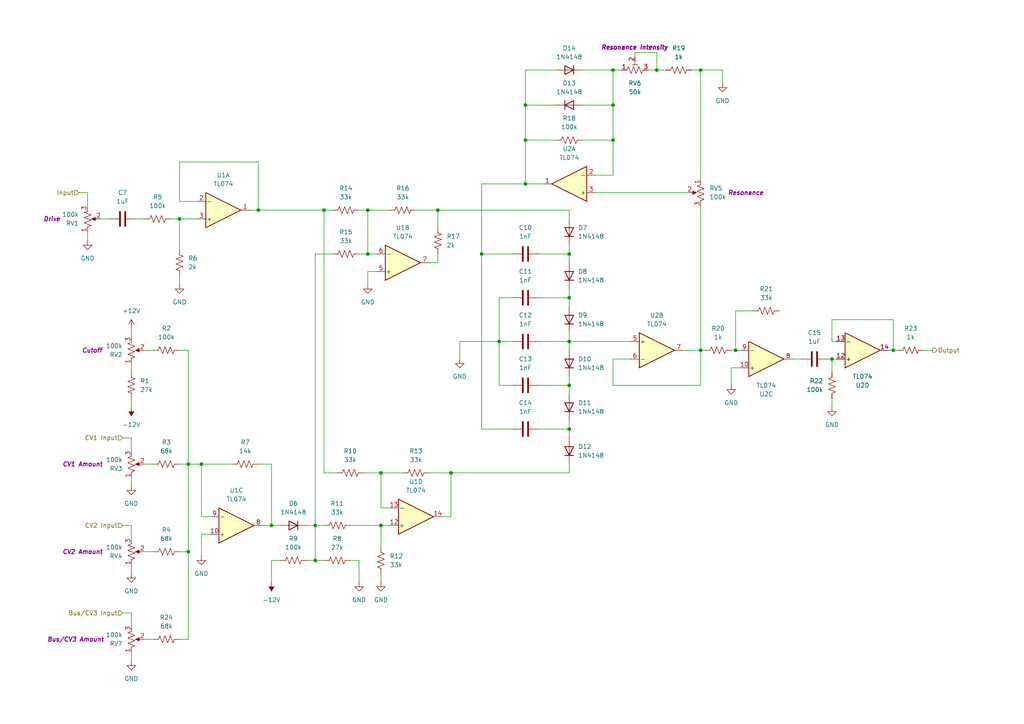
<source format=kicad_sch>
(kicad_sch (version 20231120) (generator "eeschema") (generator_version "8.0")
  (paper "A4")
  (title_block (company "DMH Instruments") (comment 1 "PCB for 10cm Kosmo format synthesizer module"))
  (lib_symbols
    (symbol "Amplifier_Operational:TL074" (pin_names (offset 0.127))
      (property "Reference" "U" (at 0 5.08 0))
      (property "Value" "TL074" (at 0 -5.08 0))
      (symbol "TL074_1_1"
        (polyline (pts (xy -5.08 5.08) (xy 5.08 0) (xy -5.08 -5.08) (xy -5.08 5.08)) (stroke (width 0.254)) (fill (type background)))
        (pin output line (at 7.62 0 180) (length 2.54) (name "~") (number "1"))
        (pin input line (at -7.62 -2.54 0) (length 2.54) (name "-") (number "2"))
        (pin input line (at -7.62 2.54 0) (length 2.54) (name "+") (number "3"))
      )
      (symbol "TL074_2_1"
        (polyline (pts (xy -5.08 5.08) (xy 5.08 0) (xy -5.08 -5.08) (xy -5.08 5.08)) (stroke (width 0.254)) (fill (type background)))
        (pin input line (at -7.62 2.54 0) (length 2.54) (name "+") (number "5"))
        (pin input line (at -7.62 -2.54 0) (length 2.54) (name "-") (number "6"))
        (pin output line (at 7.62 0 180) (length 2.54) (name "~") (number "7"))
      )
      (symbol "TL074_3_1"
        (polyline (pts (xy -5.08 5.08) (xy 5.08 0) (xy -5.08 -5.08) (xy -5.08 5.08)) (stroke (width 0.254)) (fill (type background)))
        (pin input line (at -7.62 2.54 0) (length 2.54) (name "+") (number "10"))
        (pin output line (at 7.62 0 180) (length 2.54) (name "~") (number "8"))
        (pin input line (at -7.62 -2.54 0) (length 2.54) (name "-") (number "9"))
      )
      (symbol "TL074_4_1"
        (polyline (pts (xy -5.08 5.08) (xy 5.08 0) (xy -5.08 -5.08) (xy -5.08 5.08)) (stroke (width 0.254)) (fill (type background)))
        (pin input line (at -7.62 2.54 0) (length 2.54) (name "+") (number "12"))
        (pin input line (at -7.62 -2.54 0) (length 2.54) (name "-") (number "13"))
        (pin output line (at 7.62 0 180) (length 2.54) (name "~") (number "14"))
      )
      (symbol "TL074_5_1"
        (pin power_in line (at -2.54 -7.62 90) (length 3.81) (name "V-") (number "11"))
        (pin power_in line (at -2.54 7.62 270) (length 3.81) (name "V+") (number "4"))
      )
    )
    (symbol "Device:C" (pin_numbers hide) (pin_names (offset 0.254))
      (property "Reference" "C" (at 0.635 2.54 0))
      (property "Value" "C" (at 0.635 -2.54 0))
      (symbol "C_0_1"
        (polyline (pts (xy -2.032 -0.762) (xy 2.032 -0.762)) (stroke (width 0.508)))
        (polyline (pts (xy -2.032 0.762) (xy 2.032 0.762)) (stroke (width 0.508)))
      )
      (symbol "C_1_1"
        (pin passive line (at 0 3.81 270) (length 2.794) (name "~") (number "1"))
        (pin passive line (at 0 -3.81 90) (length 2.794) (name "~") (number "2"))
      )
    )
    (symbol "Device:R_Potentiometer_Trim_US" (pin_names (offset 1.016) hide)
      (property "Reference" "RV" (at -4.445 0 90))
      (property "Value" "R_Potentiometer_Trim_US" (at -2.54 0 90))
      (symbol "R_Potentiometer_Trim_US_0_1"
        (polyline (pts (xy 0 -2.286) (xy 0 -2.54)))
        (polyline (pts (xy 0 2.286) (xy 0 2.54)))
        (polyline (pts (xy 1.524 0.762) (xy 1.524 -0.762)))
        (polyline (pts (xy 2.54 0) (xy 1.524 0)))
        (polyline (pts (xy 0 -0.762) (xy 1.016 -1.143) (xy 0 -1.524) (xy -1.016 -1.905) (xy 0 -2.286)))
        (polyline (pts (xy 0 0.762) (xy 1.016 0.381) (xy 0 0) (xy -1.016 -0.381) (xy 0 -0.762)))
        (polyline (pts (xy 0 2.286) (xy 1.016 1.905) (xy 0 1.524) (xy -1.016 1.143) (xy 0 0.762)))
      )
      (symbol "R_Potentiometer_Trim_US_1_1"
        (pin passive line (at 0 3.81 270) (length 1.27) (name "1") (number "1"))
        (pin passive line (at 3.81 0 180) (length 1.27) (name "2") (number "2"))
        (pin passive line (at 0 -3.81 90) (length 1.27) (name "3") (number "3"))
      )
    )
    (symbol "Device:R_Potentiometer_US" (pin_names (offset 1.016) hide)
      (property "Reference" "RV" (at -4.445 0 90))
      (property "Value" "R_Potentiometer_US" (at -2.54 0 90))
      (symbol "R_Potentiometer_US_0_1"
        (polyline (pts (xy 0 -2.286) (xy 0 -2.54)))
        (polyline (pts (xy 0 2.54) (xy 0 2.286)))
        (polyline (pts (xy 2.54 0) (xy 1.524 0)))
        (polyline (pts (xy 1.143 0) (xy 2.286 0.508) (xy 2.286 -0.508) (xy 1.143 0)) (fill (type outline)))
        (polyline (pts (xy 0 -0.762) (xy 1.016 -1.143) (xy 0 -1.524) (xy -1.016 -1.905) (xy 0 -2.286)))
        (polyline (pts (xy 0 0.762) (xy 1.016 0.381) (xy 0 0) (xy -1.016 -0.381) (xy 0 -0.762)))
        (polyline (pts (xy 0 2.286) (xy 1.016 1.905) (xy 0 1.524) (xy -1.016 1.143) (xy 0 0.762)))
      )
      (symbol "R_Potentiometer_US_1_1"
        (pin passive line (at 0 3.81 270) (length 1.27) (name "1") (number "1"))
        (pin passive line (at 3.81 0 180) (length 1.27) (name "2") (number "2"))
        (pin passive line (at 0 -3.81 90) (length 1.27) (name "3") (number "3"))
      )
    )
    (symbol "Device:R_US" (pin_numbers hide) (pin_names (offset 0))
      (property "Reference" "R" (at 2.54 0 90))
      (property "Value" "R_US" (at -2.54 0 90))
      (symbol "R_US_0_1"
        (polyline (pts (xy 0 -2.286) (xy 0 -2.54)))
        (polyline (pts (xy 0 2.286) (xy 0 2.54)))
        (polyline (pts (xy 0 -0.762) (xy 1.016 -1.143) (xy 0 -1.524) (xy -1.016 -1.905) (xy 0 -2.286)))
        (polyline (pts (xy 0 0.762) (xy 1.016 0.381) (xy 0 0) (xy -1.016 -0.381) (xy 0 -0.762)))
        (polyline (pts (xy 0 2.286) (xy 1.016 1.905) (xy 0 1.524) (xy -1.016 1.143) (xy 0 0.762)))
      )
      (symbol "R_US_1_1"
        (pin passive line (at 0 3.81 270) (length 1.27) (name "~") (number "1"))
        (pin passive line (at 0 -3.81 90) (length 1.27) (name "~") (number "2"))
      )
    )
    (symbol "Diode:1N4148" (pin_numbers hide) (pin_names hide)
      (property "Reference" "D" (at 0 2.54 0))
      (property "Value" "1N4148" (at 0 -2.54 0))
      (symbol "1N4148_0_1"
        (polyline (pts (xy -1.27 1.27) (xy -1.27 -1.27)) (stroke (width 0.254)))
        (polyline (pts (xy 1.27 0) (xy -1.27 0)))
        (polyline (pts (xy 1.27 1.27) (xy 1.27 -1.27) (xy -1.27 0) (xy 1.27 1.27)) (stroke (width 0.254)))
      )
      (symbol "1N4148_1_1"
        (pin passive line (at -3.81 0 0) (length 2.54) (name "K") (number "1"))
        (pin passive line (at 3.81 0 180) (length 2.54) (name "A") (number "2"))
      )
    )
    (symbol "power:+12V" (power) (pin_numbers hide) (pin_names (offset 0) hide)
      (property "Value" "+12V" (at 0 3.556 0))
      (symbol "+12V_0_1"
        (polyline (pts (xy -0.762 1.27) (xy 0 2.54)))
        (polyline (pts (xy 0 0) (xy 0 2.54)))
        (polyline (pts (xy 0 2.54) (xy 0.762 1.27)))
      )
      (symbol "+12V_1_1"
        (pin power_in line (at 0 0 90) (length 0) (name "~") (number "1"))
      )
    )
    (symbol "power:-12V" (power) (pin_numbers hide) (pin_names (offset 0) hide)
      (property "Value" "-12V" (at 0 3.556 0))
      (symbol "-12V_0_0"
        (pin power_in line (at 0 0 90) (length 0) (name "~") (number "1"))
      )
      (symbol "-12V_0_1"
        (polyline (pts (xy 0 0) (xy 0 1.27) (xy 0.762 1.27) (xy 0 2.54) (xy -0.762 1.27) (xy 0 1.27)) (fill (type outline)))
      )
    )
    (symbol "power:GND" (power) (pin_numbers hide) (pin_names (offset 0) hide)
      (property "Value" "GND" (at 0 -3.81 0))
      (symbol "GND_0_1"
        (polyline (pts (xy 0 0) (xy 0 -1.27) (xy 1.27 -1.27) (xy 0 -2.54) (xy -1.27 -1.27) (xy 0 -1.27)))
      )
      (symbol "GND_1_1"
        (pin power_in line (at 0 0 270) (length 0) (name "~") (number "1"))
      )
    )
  )
  (junction (at 110.49 137.16))
  (junction (at 213.36 101.6))
  (junction (at 241.3 104.14))
  (junction (at 139.7 73.66))
  (junction (at 144.78 99.06))
  (junction (at 165.1 124.46))
  (junction (at 110.49 152.4))
  (junction (at 152.4 53.34))
  (junction (at 259.08 101.6))
  (junction (at 152.4 40.64))
  (junction (at 203.2 20.32))
  (junction (at 152.4 30.48))
  (junction (at 106.68 73.66))
  (junction (at 58.42 134.62))
  (junction (at 52.07 63.5))
  (junction (at 177.8 20.32))
  (junction (at 74.93 60.96))
  (junction (at 130.81 137.16))
  (junction (at 54.61 160.02))
  (junction (at 177.8 30.48))
  (junction (at 54.61 134.62))
  (junction (at 165.1 99.06))
  (junction (at 165.1 73.66))
  (junction (at 165.1 111.76))
  (junction (at 78.74 152.4))
  (junction (at 93.98 60.96))
  (junction (at 91.44 152.4))
  (junction (at 203.2 101.6))
  (junction (at 177.8 40.64))
  (junction (at 106.68 60.96))
  (junction (at 91.44 162.56))
  (junction (at 190.5 20.32))
  (junction (at 165.1 86.36))
  (junction (at 127 60.96))
  (wire (pts (xy 177.8 20.32) (xy 180.34 20.32)))
  (wire (pts (xy 78.74 162.56) (xy 78.74 168.91)))
  (wire (pts (xy 106.68 60.96) (xy 106.68 73.66)))
  (wire (pts (xy 241.3 115.57) (xy 241.3 118.11)))
  (wire (pts (xy 29.21 63.5) (xy 31.75 63.5)))
  (wire (pts (xy 54.61 134.62) (xy 58.42 134.62)))
  (wire (pts (xy 156.21 111.76) (xy 165.1 111.76)))
  (wire (pts (xy 35.56 152.4) (xy 38.1 152.4)))
  (wire (pts (xy 25.4 55.88) (xy 25.4 59.69)))
  (wire (pts (xy 38.1 138.43) (xy 38.1 140.97)))
  (wire (pts (xy 106.68 73.66) (xy 109.22 73.66)))
  (wire (pts (xy 52.07 185.42) (xy 54.61 185.42)))
  (wire (pts (xy 91.44 152.4) (xy 91.44 162.56)))
  (wire (pts (xy 139.7 124.46) (xy 148.59 124.46)))
  (wire (pts (xy 52.07 63.5) (xy 57.15 63.5)))
  (wire (pts (xy 161.29 40.64) (xy 152.4 40.64)))
  (wire (pts (xy 259.08 101.6) (xy 257.81 101.6)))
  (wire (pts (xy 213.36 90.17) (xy 213.36 101.6)))
  (wire (pts (xy 130.81 149.86) (xy 128.27 149.86)))
  (wire (pts (xy 165.1 96.52) (xy 165.1 99.06)))
  (wire (pts (xy 165.1 83.82) (xy 165.1 86.36)))
  (wire (pts (xy 67.31 134.62) (xy 58.42 134.62)))
  (wire (pts (xy 184.15 15.24) (xy 190.5 15.24)))
  (wire (pts (xy 130.81 137.16) (xy 130.81 149.86)))
  (wire (pts (xy 156.21 73.66) (xy 165.1 73.66)))
  (wire (pts (xy 190.5 20.32) (xy 193.04 20.32)))
  (wire (pts (xy 165.1 111.76) (xy 165.1 114.3)))
  (wire (pts (xy 109.22 78.74) (xy 106.68 78.74)))
  (wire (pts (xy 104.14 162.56) (xy 104.14 168.91)))
  (wire (pts (xy 177.8 20.32) (xy 177.8 30.48)))
  (wire (pts (xy 203.2 20.32) (xy 209.55 20.32)))
  (wire (pts (xy 177.8 30.48) (xy 177.8 40.64)))
  (wire (pts (xy 74.93 60.96) (xy 93.98 60.96)))
  (wire (pts (xy 152.4 40.64) (xy 152.4 53.34)))
  (wire (pts (xy 241.3 104.14) (xy 242.57 104.14)))
  (wire (pts (xy 52.07 58.42) (xy 57.15 58.42)))
  (wire (pts (xy 212.09 101.6) (xy 213.36 101.6)))
  (wire (pts (xy 58.42 154.94) (xy 58.42 161.29)))
  (wire (pts (xy 25.4 67.31) (xy 25.4 69.85)))
  (wire (pts (xy 74.93 134.62) (xy 78.74 134.62)))
  (wire (pts (xy 139.7 53.34) (xy 139.7 73.66)))
  (wire (pts (xy 240.03 104.14) (xy 241.3 104.14)))
  (wire (pts (xy 259.08 101.6) (xy 260.35 101.6)))
  (wire (pts (xy 72.39 60.96) (xy 74.93 60.96)))
  (wire (pts (xy 110.49 152.4) (xy 113.03 152.4)))
  (wire (pts (xy 58.42 134.62) (xy 58.42 149.86)))
  (wire (pts (xy 148.59 99.06) (xy 144.78 99.06)))
  (wire (pts (xy 120.65 60.96) (xy 127 60.96)))
  (wire (pts (xy 177.8 111.76) (xy 203.2 111.76)))
  (wire (pts (xy 165.1 99.06) (xy 182.88 99.06)))
  (wire (pts (xy 157.48 53.34) (xy 152.4 53.34)))
  (wire (pts (xy 165.1 121.92) (xy 165.1 124.46)))
  (wire (pts (xy 198.12 101.6) (xy 203.2 101.6)))
  (wire (pts (xy 38.1 115.57) (xy 38.1 118.11)))
  (wire (pts (xy 144.78 99.06) (xy 144.78 111.76)))
  (wire (pts (xy 78.74 152.4) (xy 76.2 152.4)))
  (wire (pts (xy 78.74 152.4) (xy 81.28 152.4)))
  (wire (pts (xy 156.21 86.36) (xy 165.1 86.36)))
  (wire (pts (xy 35.56 127) (xy 38.1 127)))
  (wire (pts (xy 41.91 160.02) (xy 44.45 160.02)))
  (wire (pts (xy 52.07 46.99) (xy 52.07 58.42)))
  (wire (pts (xy 229.87 104.14) (xy 232.41 104.14)))
  (wire (pts (xy 74.93 46.99) (xy 52.07 46.99)))
  (wire (pts (xy 241.3 104.14) (xy 241.3 107.95)))
  (wire (pts (xy 93.98 60.96) (xy 96.52 60.96)))
  (wire (pts (xy 54.61 160.02) (xy 54.61 185.42)))
  (wire (pts (xy 203.2 101.6) (xy 204.47 101.6)))
  (wire (pts (xy 78.74 134.62) (xy 78.74 152.4)))
  (wire (pts (xy 190.5 15.24) (xy 190.5 20.32)))
  (wire (pts (xy 213.36 101.6) (xy 214.63 101.6)))
  (wire (pts (xy 52.07 134.62) (xy 54.61 134.62)))
  (wire (pts (xy 177.8 104.14) (xy 177.8 111.76)))
  (wire (pts (xy 161.29 20.32) (xy 152.4 20.32)))
  (wire (pts (xy 156.21 124.46) (xy 165.1 124.46)))
  (wire (pts (xy 105.41 137.16) (xy 110.49 137.16)))
  (wire (pts (xy 203.2 111.76) (xy 203.2 101.6)))
  (wire (pts (xy 110.49 152.4) (xy 110.49 158.75)))
  (wire (pts (xy 218.44 90.17) (xy 213.36 90.17)))
  (wire (pts (xy 101.6 152.4) (xy 110.49 152.4)))
  (wire (pts (xy 209.55 20.32) (xy 209.55 24.13)))
  (wire (pts (xy 81.28 162.56) (xy 78.74 162.56)))
  (wire (pts (xy 127 60.96) (xy 127 66.04)))
  (wire (pts (xy 165.1 137.16) (xy 130.81 137.16)))
  (wire (pts (xy 54.61 134.62) (xy 54.61 160.02)))
  (wire (pts (xy 133.35 99.06) (xy 133.35 104.14)))
  (wire (pts (xy 144.78 111.76) (xy 148.59 111.76)))
  (wire (pts (xy 152.4 53.34) (xy 139.7 53.34)))
  (wire (pts (xy 177.8 50.8) (xy 172.72 50.8)))
  (wire (pts (xy 214.63 106.68) (xy 212.09 106.68)))
  (wire (pts (xy 165.1 60.96) (xy 127 60.96)))
  (wire (pts (xy 91.44 152.4) (xy 93.98 152.4)))
  (wire (pts (xy 165.1 86.36) (xy 165.1 88.9)))
  (wire (pts (xy 267.97 101.6) (xy 270.51 101.6)))
  (wire (pts (xy 35.56 177.8) (xy 38.1 177.8)))
  (wire (pts (xy 187.96 20.32) (xy 190.5 20.32)))
  (wire (pts (xy 54.61 101.6) (xy 54.61 134.62)))
  (wire (pts (xy 106.68 60.96) (xy 113.03 60.96)))
  (wire (pts (xy 52.07 101.6) (xy 54.61 101.6)))
  (wire (pts (xy 124.46 76.2) (xy 127 76.2)))
  (wire (pts (xy 104.14 60.96) (xy 106.68 60.96)))
  (wire (pts (xy 88.9 162.56) (xy 91.44 162.56)))
  (wire (pts (xy 172.72 55.88) (xy 199.39 55.88)))
  (wire (pts (xy 165.1 99.06) (xy 165.1 101.6)))
  (wire (pts (xy 38.1 105.41) (xy 38.1 107.95)))
  (wire (pts (xy 110.49 137.16) (xy 116.84 137.16)))
  (wire (pts (xy 182.88 104.14) (xy 177.8 104.14)))
  (wire (pts (xy 91.44 162.56) (xy 93.98 162.56)))
  (wire (pts (xy 156.21 99.06) (xy 165.1 99.06)))
  (wire (pts (xy 49.53 63.5) (xy 52.07 63.5)))
  (wire (pts (xy 242.57 99.06) (xy 241.3 99.06)))
  (wire (pts (xy 127 76.2) (xy 127 73.66)))
  (wire (pts (xy 110.49 137.16) (xy 110.49 147.32)))
  (wire (pts (xy 203.2 20.32) (xy 203.2 52.07)))
  (wire (pts (xy 22.86 55.88) (xy 25.4 55.88)))
  (wire (pts (xy 168.91 20.32) (xy 177.8 20.32)))
  (wire (pts (xy 165.1 109.22) (xy 165.1 111.76)))
  (wire (pts (xy 91.44 73.66) (xy 91.44 152.4)))
  (wire (pts (xy 96.52 73.66) (xy 91.44 73.66)))
  (wire (pts (xy 124.46 137.16) (xy 130.81 137.16)))
  (wire (pts (xy 41.91 101.6) (xy 44.45 101.6)))
  (wire (pts (xy 241.3 92.71) (xy 259.08 92.71)))
  (wire (pts (xy 168.91 40.64) (xy 177.8 40.64)))
  (wire (pts (xy 161.29 30.48) (xy 152.4 30.48)))
  (wire (pts (xy 38.1 152.4) (xy 38.1 156.21)))
  (wire (pts (xy 101.6 162.56) (xy 104.14 162.56)))
  (wire (pts (xy 52.07 80.01) (xy 52.07 82.55)))
  (wire (pts (xy 39.37 63.5) (xy 41.91 63.5)))
  (wire (pts (xy 165.1 63.5) (xy 165.1 60.96)))
  (wire (pts (xy 148.59 86.36) (xy 144.78 86.36)))
  (wire (pts (xy 152.4 20.32) (xy 152.4 30.48)))
  (wire (pts (xy 93.98 137.16) (xy 97.79 137.16)))
  (wire (pts (xy 38.1 163.83) (xy 38.1 166.37)))
  (wire (pts (xy 152.4 30.48) (xy 152.4 40.64)))
  (wire (pts (xy 165.1 73.66) (xy 165.1 76.2)))
  (wire (pts (xy 74.93 60.96) (xy 74.93 46.99)))
  (wire (pts (xy 58.42 149.86) (xy 60.96 149.86)))
  (wire (pts (xy 106.68 78.74) (xy 106.68 82.55)))
  (wire (pts (xy 144.78 99.06) (xy 133.35 99.06)))
  (wire (pts (xy 110.49 166.37) (xy 110.49 168.91)))
  (wire (pts (xy 52.07 63.5) (xy 52.07 72.39)))
  (wire (pts (xy 60.96 154.94) (xy 58.42 154.94)))
  (wire (pts (xy 139.7 73.66) (xy 139.7 124.46)))
  (wire (pts (xy 241.3 99.06) (xy 241.3 92.71)))
  (wire (pts (xy 165.1 124.46) (xy 165.1 127)))
  (wire (pts (xy 165.1 71.12) (xy 165.1 73.66)))
  (wire (pts (xy 52.07 160.02) (xy 54.61 160.02)))
  (wire (pts (xy 259.08 92.71) (xy 259.08 101.6)))
  (wire (pts (xy 41.91 185.42) (xy 44.45 185.42)))
  (wire (pts (xy 104.14 73.66) (xy 106.68 73.66)))
  (wire (pts (xy 38.1 189.23) (xy 38.1 191.77)))
  (wire (pts (xy 41.91 134.62) (xy 44.45 134.62)))
  (wire (pts (xy 165.1 134.62) (xy 165.1 137.16)))
  (wire (pts (xy 148.59 73.66) (xy 139.7 73.66)))
  (wire (pts (xy 110.49 147.32) (xy 113.03 147.32)))
  (wire (pts (xy 177.8 40.64) (xy 177.8 50.8)))
  (wire (pts (xy 38.1 127) (xy 38.1 130.81)))
  (wire (pts (xy 203.2 101.6) (xy 203.2 59.69)))
  (wire (pts (xy 38.1 95.25) (xy 38.1 97.79)))
  (wire (pts (xy 88.9 152.4) (xy 91.44 152.4)))
  (wire (pts (xy 144.78 86.36) (xy 144.78 99.06)))
  (wire (pts (xy 168.91 30.48) (xy 177.8 30.48)))
  (wire (pts (xy 93.98 60.96) (xy 93.98 137.16)))
  (wire (pts (xy 184.15 16.51) (xy 184.15 15.24)))
  (wire (pts (xy 212.09 106.68) (xy 212.09 111.76)))
  (wire (pts (xy 200.66 20.32) (xy 203.2 20.32)))
  (wire (pts (xy 38.1 177.8) (xy 38.1 181.61)))
  (hierarchical_label "Bus{slash}CV3 Input" (shape input) (at 35.56 177.8 180))
  (hierarchical_label "Output" (shape output) (at 270.51 101.6 0))
  (hierarchical_label "CV2 Input" (shape input) (at 35.56 152.4 180))
  (hierarchical_label "CV1 Input" (shape input) (at 35.56 127 180))
  (hierarchical_label "Input" (shape input) (at 22.86 55.88 180))
  (symbol (lib_id "Device:R_US") (at 85.09 162.56 90) (unit 1)
    (property "Reference" "R9" (at 85.09 156.21 90))
    (property "Value" "100k" (at 85.09 158.75 90))
    (property "Footprint" "Resistor_THT:R_Axial_DIN0207_L6.3mm_D2.5mm_P7.62mm_Horizontal" (effects (hide yes)))
    (property "Description" "Resistor, US symbol" (effects (hide yes)))
  )
  (symbol (lib_id "power:-12V") (at 78.74 168.91 180) (unit 1)
    (property "Reference" "#PWR027" (effects (hide yes)))
    (property "Value" "-12V" (at 78.74 173.99 0))
    (property "Description" "Power symbol creates a global label with name \"-12V\"" (effects (hide yes)))
  )
  (symbol (lib_id "Device:C") (at 152.4 99.06 90) (unit 1)
    (property "Reference" "C12" (at 152.4 91.44 90))
    (property "Value" "1nF" (at 152.4 93.98 90))
    (property "Footprint" "Capacitor_THT:C_Disc_D4.3mm_W1.9mm_P5.00mm" (effects (hide yes)))
    (property "Description" "Unpolarized capacitor" (effects (hide yes)))
  )
  (symbol (lib_id "Device:R_US") (at 48.26 101.6 90) (unit 1)
    (property "Reference" "R2" (at 48.26 95.25 90))
    (property "Value" "100k" (at 48.26 97.79 90))
    (property "Footprint" "Resistor_THT:R_Axial_DIN0207_L6.3mm_D2.5mm_P7.62mm_Horizontal" (effects (hide yes)))
    (property "Description" "Resistor, US symbol" (effects (hide yes)))
  )
  (symbol (lib_id "Device:R_US") (at 48.26 185.42 90) (unit 1)
    (property "Reference" "R24" (at 48.26 179.07 90))
    (property "Value" "68k" (at 48.26 181.61 90))
    (property "Footprint" "Resistor_THT:R_Axial_DIN0207_L6.3mm_D2.5mm_P7.62mm_Horizontal" (effects (hide yes)))
    (property "Description" "Resistor, US symbol" (effects (hide yes)))
  )
  (symbol (lib_id "Device:R_US") (at 52.07 76.2 180) (unit 1)
    (property "Reference" "R6" (at 54.61 74.9299 0) (effects (justify right)))
    (property "Value" "2k" (at 54.61 77.4699 0) (effects (justify right)))
    (property "Footprint" "Resistor_THT:R_Axial_DIN0207_L6.3mm_D2.5mm_P7.62mm_Horizontal" (effects (hide yes)))
    (property "Description" "Resistor, US symbol" (effects (hide yes)))
  )
  (symbol (lib_id "Device:R_US") (at 127 69.85 180) (unit 1)
    (property "Reference" "R17" (at 129.54 68.5799 0) (effects (justify right)))
    (property "Value" "2k" (at 129.54 71.1199 0) (effects (justify right)))
    (property "Footprint" "Resistor_THT:R_Axial_DIN0207_L6.3mm_D2.5mm_P7.62mm_Horizontal" (effects (hide yes)))
    (property "Description" "Resistor, US symbol" (effects (hide yes)))
  )
  (symbol (lib_id "Device:R_US") (at 100.33 73.66 90) (unit 1)
    (property "Reference" "R15" (at 100.33 67.31 90))
    (property "Value" "33k" (at 100.33 69.85 90))
    (property "Footprint" "Resistor_THT:R_Axial_DIN0207_L6.3mm_D2.5mm_P7.62mm_Horizontal" (effects (hide yes)))
    (property "Description" "Resistor, US symbol" (effects (hide yes)))
  )
  (symbol (lib_id "power:GND") (at 241.3 118.11 0) (unit 1)
    (property "Reference" "#PWR033" (effects (hide yes)))
    (property "Value" "GND" (at 241.3 123.19 0))
    (property "Description" "Power symbol creates a global label with name \"GND\" , ground" (effects (hide yes)))
  )
  (symbol (lib_id "power:GND") (at 38.1 166.37 0) (unit 1)
    (property "Reference" "#PWR021" (effects (hide yes)))
    (property "Value" "GND" (at 38.1 171.45 0))
    (property "Description" "Power symbol creates a global label with name \"GND\" , ground" (effects (hide yes)))
  )
  (symbol (lib_id "Device:C") (at 152.4 111.76 90) (unit 1)
    (property "Reference" "C13" (at 152.4 104.14 90))
    (property "Value" "1nF" (at 152.4 106.68 90))
    (property "Footprint" "Capacitor_THT:C_Disc_D4.3mm_W1.9mm_P5.00mm" (effects (hide yes)))
    (property "Description" "Unpolarized capacitor" (effects (hide yes)))
  )
  (symbol (lib_id "Device:R_US") (at 71.12 134.62 90) (unit 1)
    (property "Reference" "R7" (at 71.12 128.27 90))
    (property "Value" "14k" (at 71.12 130.81 90))
    (property "Footprint" "Resistor_THT:R_Axial_DIN0207_L6.3mm_D2.5mm_P7.62mm_Horizontal" (effects (hide yes)))
    (property "Description" "Resistor, US symbol" (effects (hide yes)))
  )
  (symbol (lib_id "Device:C") (at 35.56 63.5 90) (unit 1)
    (property "Reference" "C7" (at 35.56 55.88 90))
    (property "Value" "1uF" (at 35.56 58.42 90))
    (property "Footprint" "Capacitor_THT:C_Disc_D4.3mm_W1.9mm_P5.00mm" (effects (hide yes)))
    (property "Description" "Unpolarized capacitor" (effects (hide yes)))
  )
  (symbol (lib_id "power:+12V") (at 38.1 95.25 0) (unit 1)
    (property "Reference" "#PWR023" (effects (hide yes)))
    (property "Value" "+12V" (at 38.1 90.17 0))
    (property "Description" "Power symbol creates a global label with name \"+12V\"" (effects (hide yes)))
  )
  (symbol (lib_id "Device:C") (at 152.4 86.36 90) (unit 1)
    (property "Reference" "C11" (at 152.4 78.74 90))
    (property "Value" "1nF" (at 152.4 81.28 90))
    (property "Footprint" "Capacitor_THT:C_Disc_D4.3mm_W1.9mm_P5.00mm" (effects (hide yes)))
    (property "Description" "Unpolarized capacitor" (effects (hide yes)))
  )
  (symbol (lib_id "Device:R_US") (at 38.1 111.76 0) (unit 1)
    (property "Reference" "R1" (at 40.64 110.4899 0) (effects (justify left)))
    (property "Value" "27k" (at 40.64 113.0299 0) (effects (justify left)))
    (property "Footprint" "Resistor_THT:R_Axial_DIN0207_L6.3mm_D2.5mm_P7.62mm_Horizontal" (effects (hide yes)))
    (property "Description" "Resistor, US symbol" (effects (hide yes)))
  )
  (symbol (lib_id "Device:R_Potentiometer_US") (at 38.1 101.6 0) (mirror x) (unit 1)
    (property "Reference" "RV2" (at 35.56 102.8701 0) (effects (justify right)))
    (property "Value" "100k" (at 35.56 100.3301 0) (effects (justify right)))
    (property "Footprint" "Potentiometer_THT:Potentiometer_Alpha_RD901F-40-00D_Single_Vertical" (effects (hide yes)))
    (property "Description" "Potentiometer, US symbol" (effects (hide yes)))
    (property "Function" "Cutoff" (at 26.67 101.6 0) (effects (font (thickness 0.254) (bold yes) (italic yes))))
  )
  (symbol (lib_id "Amplifier_Operational:TL074") (at 68.58 152.4 0) (mirror x) (unit 3)
    (property "Reference" "U1" (at 68.58 142.24 0))
    (property "Value" "TL074" (at 68.58 144.78 0))
    (property "Footprint" "Package_DIP:DIP-14_W7.62mm_Socket" (effects (hide yes)))
    (property "Datasheet" "http://www.ti.com/lit/ds/symlink/tl071.pdf" (effects (hide yes)))
    (property "Description" "Quad Low-Noise JFET-Input Operational Amplifiers, DIP-14/SOIC-14" (effects (hide yes)))
  )
  (symbol (lib_id "power:GND") (at 58.42 161.29 0) (unit 1)
    (property "Reference" "#PWR025" (effects (hide yes)))
    (property "Value" "GND" (at 58.42 166.37 0))
    (property "Description" "Power symbol creates a global label with name \"GND\" , ground" (effects (hide yes)))
  )
  (symbol (lib_id "Device:C") (at 152.4 73.66 90) (unit 1)
    (property "Reference" "C10" (at 152.4 66.04 90))
    (property "Value" "1nF" (at 152.4 68.58 90))
    (property "Footprint" "Capacitor_THT:C_Disc_D4.3mm_W1.9mm_P5.00mm" (effects (hide yes)))
    (property "Description" "Unpolarized capacitor" (effects (hide yes)))
  )
  (symbol (lib_id "Amplifier_Operational:TL074") (at 165.1 53.34 180) (unit 1)
    (property "Reference" "U2" (at 165.1 43.18 0))
    (property "Value" "TL074" (at 165.1 45.72 0))
    (property "Datasheet" "http://www.ti.com/lit/ds/symlink/tl071.pdf" (effects (hide yes)))
    (property "Description" "Quad Low-Noise JFET-Input Operational Amplifiers, DIP-14/SOIC-14" (effects (hide yes)))
  )
  (symbol (lib_id "Device:R_US") (at 48.26 160.02 90) (unit 1)
    (property "Reference" "R4" (at 48.26 153.67 90))
    (property "Value" "68k" (at 48.26 156.21 90))
    (property "Footprint" "Resistor_THT:R_Axial_DIN0207_L6.3mm_D2.5mm_P7.62mm_Horizontal" (effects (hide yes)))
    (property "Description" "Resistor, US symbol" (effects (hide yes)))
  )
  (symbol (lib_id "Diode:1N4148") (at 165.1 20.32 180) (unit 1)
    (property "Reference" "D14" (at 165.1 13.97 0))
    (property "Value" "1N4148" (at 165.1 16.51 0))
    (property "Footprint" "Diode_THT:D_DO-35_SOD27_P7.62mm_Horizontal" (effects (hide yes)))
    (property "Datasheet" "https://assets.nexperia.com/documents/data-sheet/1N4148_1N4448.pdf" (effects (hide yes)))
    (property "Description" "100V 0.15A standard switching diode, DO-35" (effects (hide yes)))
    (property "Sim.Device" "D" (effects (hide yes)))
    (property "Sim.Pins" "1=K 2=A" (effects (hide yes)))
  )
  (symbol (lib_id "Device:R_US") (at 101.6 137.16 90) (unit 1)
    (property "Reference" "R10" (at 101.6 130.81 90))
    (property "Value" "33k" (at 101.6 133.35 90))
    (property "Footprint" "Resistor_THT:R_Axial_DIN0207_L6.3mm_D2.5mm_P7.62mm_Horizontal" (effects (hide yes)))
    (property "Description" "Resistor, US symbol" (effects (hide yes)))
  )
  (symbol (lib_id "Device:R_US") (at 110.49 162.56 180) (unit 1)
    (property "Reference" "R12" (at 113.03 161.2899 0) (effects (justify right)))
    (property "Value" "33k" (at 113.03 163.8299 0) (effects (justify right)))
    (property "Footprint" "Resistor_THT:R_Axial_DIN0207_L6.3mm_D2.5mm_P7.62mm_Horizontal" (effects (hide yes)))
    (property "Description" "Resistor, US symbol" (effects (hide yes)))
  )
  (symbol (lib_id "Diode:1N4148") (at 165.1 67.31 90) (unit 1)
    (property "Reference" "D7" (at 167.64 66.0399 90) (effects (justify right)))
    (property "Value" "1N4148" (at 167.64 68.5799 90) (effects (justify right)))
    (property "Footprint" "Diode_THT:D_DO-35_SOD27_P7.62mm_Horizontal" (effects (hide yes)))
    (property "Datasheet" "https://assets.nexperia.com/documents/data-sheet/1N4148_1N4448.pdf" (effects (hide yes)))
    (property "Description" "100V 0.15A standard switching diode, DO-35" (effects (hide yes)))
    (property "Sim.Device" "D" (effects (hide yes)))
    (property "Sim.Pins" "1=K 2=A" (effects (hide yes)))
  )
  (symbol (lib_id "power:-12V") (at 38.1 118.11 180) (unit 1)
    (property "Reference" "#PWR022" (effects (hide yes)))
    (property "Value" "-12V" (at 38.1 123.19 0))
    (property "Description" "Power symbol creates a global label with name \"-12V\"" (effects (hide yes)))
  )
  (symbol (lib_id "Device:R_Potentiometer_Trim_US") (at 184.15 20.32 90) (unit 1)
    (property "Reference" "RV6" (at 184.15 24.13 90))
    (property "Value" "50k" (at 184.15 26.67 90))
    (property "Footprint" "Potentiometer_THT:Potentiometer_Bourns_3296W_Vertical" (effects (hide yes)))
    (property "Description" "Trim-potentiometer, US symbol" (effects (hide yes)))
    (property "Function" "Resonance Intensity" (at 184.15 13.716 90) (effects (font (thickness 0.254) (bold yes) (italic yes))))
  )
  (symbol (lib_id "Amplifier_Operational:TL074") (at 250.19 101.6 0) (mirror x) (unit 4)
    (property "Reference" "U2" (at 250.19 111.76 0))
    (property "Value" "TL074" (at 250.19 109.22 0))
    (property "Footprint" "Package_DIP:DIP-14_W7.62mm_Socket" (effects (hide yes)))
    (property "Datasheet" "http://www.ti.com/lit/ds/symlink/tl071.pdf" (effects (hide yes)))
    (property "Description" "Quad Low-Noise JFET-Input Operational Amplifiers, DIP-14/SOIC-14" (effects (hide yes)))
  )
  (symbol (lib_id "Device:R_US") (at 97.79 152.4 90) (unit 1)
    (property "Reference" "R11" (at 97.79 146.05 90))
    (property "Value" "33k" (at 97.79 148.59 90))
    (property "Footprint" "Resistor_THT:R_Axial_DIN0207_L6.3mm_D2.5mm_P7.62mm_Horizontal" (effects (hide yes)))
    (property "Description" "Resistor, US symbol" (effects (hide yes)))
  )
  (symbol (lib_id "power:GND") (at 38.1 191.77 0) (unit 1)
    (property "Reference" "#PWR034" (effects (hide yes)))
    (property "Value" "GND" (at 38.1 196.85 0))
    (property "Description" "Power symbol creates a global label with name \"GND\" , ground" (effects (hide yes)))
  )
  (symbol (lib_id "Device:R_Potentiometer_US") (at 25.4 63.5 0) (mirror x) (unit 1)
    (property "Reference" "RV1" (at 22.86 64.7701 0) (effects (justify right)))
    (property "Value" "100k" (at 22.86 62.2301 0) (effects (justify right)))
    (property "Footprint" "Potentiometer_THT:Potentiometer_Alpha_RD901F-40-00D_Single_Vertical" (effects (hide yes)))
    (property "Description" "Potentiometer, US symbol" (effects (hide yes)))
    (property "Function" "Drive" (at 14.986 63.5 0) (effects (font (thickness 0.254) (bold yes) (italic yes))))
  )
  (symbol (lib_id "Device:R_US") (at 97.79 162.56 90) (unit 1)
    (property "Reference" "R8" (at 97.79 156.21 90))
    (property "Value" "27k" (at 97.79 158.75 90))
    (property "Footprint" "Resistor_THT:R_Axial_DIN0207_L6.3mm_D2.5mm_P7.62mm_Horizontal" (effects (hide yes)))
    (property "Description" "Resistor, US symbol" (effects (hide yes)))
  )
  (symbol (lib_id "Diode:1N4148") (at 85.09 152.4 180) (unit 1)
    (property "Reference" "D6" (at 85.09 146.05 0))
    (property "Value" "1N4148" (at 85.09 148.59 0))
    (property "Footprint" "Diode_THT:D_DO-35_SOD27_P7.62mm_Horizontal" (effects (hide yes)))
    (property "Datasheet" "https://assets.nexperia.com/documents/data-sheet/1N4148_1N4448.pdf" (effects (hide yes)))
    (property "Description" "100V 0.15A standard switching diode, DO-35" (effects (hide yes)))
    (property "Sim.Device" "D" (effects (hide yes)))
    (property "Sim.Pins" "1=K 2=A" (effects (hide yes)))
  )
  (symbol (lib_id "Amplifier_Operational:TL074") (at 222.25 104.14 0) (mirror x) (unit 3)
    (property "Reference" "U2" (at 222.25 114.3 0))
    (property "Value" "TL074" (at 222.25 111.76 0))
    (property "Footprint" "Package_DIP:DIP-14_W7.62mm_Socket" (effects (hide yes)))
    (property "Datasheet" "http://www.ti.com/lit/ds/symlink/tl071.pdf" (effects (hide yes)))
    (property "Description" "Quad Low-Noise JFET-Input Operational Amplifiers, DIP-14/SOIC-14" (effects (hide yes)))
  )
  (symbol (lib_id "Diode:1N4148") (at 165.1 118.11 90) (unit 1)
    (property "Reference" "D11" (at 167.64 116.8399 90) (effects (justify right)))
    (property "Value" "1N4148" (at 167.64 119.3799 90) (effects (justify right)))
    (property "Footprint" "Diode_THT:D_DO-35_SOD27_P7.62mm_Horizontal" (effects (hide yes)))
    (property "Datasheet" "https://assets.nexperia.com/documents/data-sheet/1N4148_1N4448.pdf" (effects (hide yes)))
    (property "Description" "100V 0.15A standard switching diode, DO-35" (effects (hide yes)))
    (property "Sim.Device" "D" (effects (hide yes)))
    (property "Sim.Pins" "1=K 2=A" (effects (hide yes)))
  )
  (symbol (lib_id "power:GND") (at 106.68 82.55 0) (unit 1)
    (property "Reference" "#PWR029" (effects (hide yes)))
    (property "Value" "GND" (at 106.68 87.63 0))
    (property "Description" "Power symbol creates a global label with name \"GND\" , ground" (effects (hide yes)))
  )
  (symbol (lib_id "Device:R_US") (at 196.85 20.32 90) (unit 1)
    (property "Reference" "R19" (at 196.85 13.97 90))
    (property "Value" "1k" (at 196.85 16.51 90))
    (property "Footprint" "Resistor_THT:R_Axial_DIN0207_L6.3mm_D2.5mm_P7.62mm_Horizontal" (effects (hide yes)))
    (property "Description" "Resistor, US symbol" (effects (hide yes)))
  )
  (symbol (lib_id "Diode:1N4148") (at 165.1 80.01 90) (unit 1)
    (property "Reference" "D8" (at 167.64 78.7399 90) (effects (justify right)))
    (property "Value" "1N4148" (at 167.64 81.2799 90) (effects (justify right)))
    (property "Footprint" "Diode_THT:D_DO-35_SOD27_P7.62mm_Horizontal" (effects (hide yes)))
    (property "Datasheet" "https://assets.nexperia.com/documents/data-sheet/1N4148_1N4448.pdf" (effects (hide yes)))
    (property "Description" "100V 0.15A standard switching diode, DO-35" (effects (hide yes)))
    (property "Sim.Device" "D" (effects (hide yes)))
    (property "Sim.Pins" "1=K 2=A" (effects (hide yes)))
  )
  (symbol (lib_id "Device:C") (at 152.4 124.46 90) (unit 1)
    (property "Reference" "C14" (at 152.4 116.84 90))
    (property "Value" "1nF" (at 152.4 119.38 90))
    (property "Footprint" "Capacitor_THT:C_Disc_D4.3mm_W1.9mm_P5.00mm" (effects (hide yes)))
    (property "Description" "Unpolarized capacitor" (effects (hide yes)))
  )
  (symbol (lib_id "power:GND") (at 25.4 69.85 0) (unit 1)
    (property "Reference" "#PWR019" (effects (hide yes)))
    (property "Value" "GND" (at 25.4 74.93 0))
    (property "Description" "Power symbol creates a global label with name \"GND\" , ground" (effects (hide yes)))
  )
  (symbol (lib_id "Device:R_Potentiometer_US") (at 38.1 160.02 0) (mirror x) (unit 1)
    (property "Reference" "RV4" (at 35.56 161.2901 0) (effects (justify right)))
    (property "Value" "100k" (at 35.56 158.7501 0) (effects (justify right)))
    (property "Footprint" "Potentiometer_THT:Potentiometer_Alpha_RD901F-40-00D_Single_Vertical" (effects (hide yes)))
    (property "Description" "Potentiometer, US symbol" (effects (hide yes)))
    (property "Function" "CV2 Amount" (at 23.876 160.02 0) (effects (font (thickness 0.254) (bold yes) (italic yes))))
  )
  (symbol (lib_id "Device:R_US") (at 241.3 111.76 0) (mirror x) (unit 1)
    (property "Reference" "R22" (at 238.76 110.4899 0) (effects (justify right)))
    (property "Value" "100k" (at 238.76 113.0299 0) (effects (justify right)))
    (property "Footprint" "Resistor_THT:R_Axial_DIN0207_L6.3mm_D2.5mm_P7.62mm_Horizontal" (effects (hide yes)))
    (property "Description" "Resistor, US symbol" (effects (hide yes)))
  )
  (symbol (lib_id "power:GND") (at 133.35 104.14 0) (unit 1)
    (property "Reference" "#PWR030" (effects (hide yes)))
    (property "Value" "GND" (at 133.35 109.22 0))
    (property "Description" "Power symbol creates a global label with name \"GND\" , ground" (effects (hide yes)))
  )
  (symbol (lib_id "Diode:1N4148") (at 165.1 30.48 0) (unit 1)
    (property "Reference" "D13" (at 165.1 24.13 0))
    (property "Value" "1N4148" (at 165.1 26.67 0))
    (property "Footprint" "Diode_THT:D_DO-35_SOD27_P7.62mm_Horizontal" (effects (hide yes)))
    (property "Datasheet" "https://assets.nexperia.com/documents/data-sheet/1N4148_1N4448.pdf" (effects (hide yes)))
    (property "Description" "100V 0.15A standard switching diode, DO-35" (effects (hide yes)))
    (property "Sim.Device" "D" (effects (hide yes)))
    (property "Sim.Pins" "1=K 2=A" (effects (hide yes)))
  )
  (symbol (lib_id "Device:R_US") (at 120.65 137.16 90) (unit 1)
    (property "Reference" "R13" (at 120.65 130.81 90))
    (property "Value" "33k" (at 120.65 133.35 90))
    (property "Footprint" "Resistor_THT:R_Axial_DIN0207_L6.3mm_D2.5mm_P7.62mm_Horizontal" (effects (hide yes)))
    (property "Description" "Resistor, US symbol" (effects (hide yes)))
  )
  (symbol (lib_id "Diode:1N4148") (at 165.1 130.81 90) (unit 1)
    (property "Reference" "D12" (at 167.64 129.5399 90) (effects (justify right)))
    (property "Value" "1N4148" (at 167.64 132.0799 90) (effects (justify right)))
    (property "Footprint" "Diode_THT:D_DO-35_SOD27_P7.62mm_Horizontal" (effects (hide yes)))
    (property "Datasheet" "https://assets.nexperia.com/documents/data-sheet/1N4148_1N4448.pdf" (effects (hide yes)))
    (property "Description" "100V 0.15A standard switching diode, DO-35" (effects (hide yes)))
    (property "Sim.Device" "D" (effects (hide yes)))
    (property "Sim.Pins" "1=K 2=A" (effects (hide yes)))
  )
  (symbol (lib_id "power:GND") (at 52.07 82.55 0) (unit 1)
    (property "Reference" "#PWR024" (effects (hide yes)))
    (property "Value" "GND" (at 52.07 87.63 0))
    (property "Description" "Power symbol creates a global label with name \"GND\" , ground" (effects (hide yes)))
  )
  (symbol (lib_id "Device:C") (at 236.22 104.14 90) (unit 1)
    (property "Reference" "C15" (at 236.22 96.52 90))
    (property "Value" "1uF" (at 236.22 99.06 90))
    (property "Footprint" "Capacitor_THT:C_Disc_D4.3mm_W1.9mm_P5.00mm" (effects (hide yes)))
    (property "Description" "Unpolarized capacitor" (effects (hide yes)))
  )
  (symbol (lib_id "Device:R_Potentiometer_US") (at 38.1 134.62 0) (mirror x) (unit 1)
    (property "Reference" "RV3" (at 35.56 135.8901 0) (effects (justify right)))
    (property "Value" "100k" (at 35.56 133.3501 0) (effects (justify right)))
    (property "Footprint" "Potentiometer_THT:Potentiometer_Alpha_RD901F-40-00D_Single_Vertical" (effects (hide yes)))
    (property "Description" "Potentiometer, US symbol" (effects (hide yes)))
    (property "Function" "CV1 Amount" (at 23.876 134.62 0) (effects (font (thickness 0.254) (bold yes) (italic yes))))
  )
  (symbol (lib_id "power:GND") (at 212.09 111.76 0) (unit 1)
    (property "Reference" "#PWR032" (effects (hide yes)))
    (property "Value" "GND" (at 212.09 116.84 0))
    (property "Description" "Power symbol creates a global label with name \"GND\" , ground" (effects (hide yes)))
  )
  (symbol (lib_id "power:GND") (at 209.55 24.13 0) (unit 1)
    (property "Reference" "#PWR031" (effects (hide yes)))
    (property "Value" "GND" (at 209.55 29.21 0))
    (property "Description" "Power symbol creates a global label with name \"GND\" , ground" (effects (hide yes)))
  )
  (symbol (lib_id "power:GND") (at 104.14 168.91 0) (unit 1)
    (property "Reference" "#PWR026" (effects (hide yes)))
    (property "Value" "GND" (at 104.14 173.99 0))
    (property "Description" "Power symbol creates a global label with name \"GND\" , ground" (effects (hide yes)))
  )
  (symbol (lib_id "Amplifier_Operational:TL074") (at 190.5 101.6 0) (unit 2)
    (property "Reference" "U2" (at 190.5 91.44 0))
    (property "Value" "TL074" (at 190.5 93.98 0))
    (property "Footprint" "Package_DIP:DIP-14_W7.62mm_Socket" (effects (hide yes)))
    (property "Datasheet" "http://www.ti.com/lit/ds/symlink/tl071.pdf" (effects (hide yes)))
    (property "Description" "Quad Low-Noise JFET-Input Operational Amplifiers, DIP-14/SOIC-14" (effects (hide yes)))
  )
  (symbol (lib_id "Device:R_Potentiometer_US") (at 203.2 55.88 0) (mirror y) (unit 1)
    (property "Reference" "RV5" (at 205.74 54.6099 0) (effects (justify right)))
    (property "Value" "100k" (at 205.74 57.1499 0) (effects (justify right)))
    (property "Footprint" "Potentiometer_THT:Potentiometer_Alpha_RD901F-40-00D_Single_Vertical" (effects (hide yes)))
    (property "Description" "Potentiometer, US symbol" (effects (hide yes)))
    (property "Function" "Resonance" (at 216.408 55.88 0) (effects (font (thickness 0.254) (bold yes) (italic yes))))
  )
  (symbol (lib_id "Device:R_US") (at 165.1 40.64 90) (unit 1)
    (property "Reference" "R18" (at 165.1 34.29 90))
    (property "Value" "100k" (at 165.1 36.83 90))
    (property "Footprint" "Resistor_THT:R_Axial_DIN0207_L6.3mm_D2.5mm_P7.62mm_Horizontal" (effects (hide yes)))
    (property "Description" "Resistor, US symbol" (effects (hide yes)))
  )
  (symbol (lib_id "Amplifier_Operational:TL074") (at 116.84 76.2 0) (mirror x) (unit 2)
    (property "Reference" "U1" (at 116.84 66.04 0))
    (property "Value" "TL074" (at 116.84 68.58 0))
    (property "Footprint" "Package_DIP:DIP-14_W7.62mm_Socket" (effects (hide yes)))
    (property "Datasheet" "http://www.ti.com/lit/ds/symlink/tl071.pdf" (effects (hide yes)))
    (property "Description" "Quad Low-Noise JFET-Input Operational Amplifiers, DIP-14/SOIC-14" (effects (hide yes)))
  )
  (symbol (lib_id "Device:R_US") (at 116.84 60.96 90) (unit 1)
    (property "Reference" "R16" (at 116.84 54.61 90))
    (property "Value" "33k" (at 116.84 57.15 90))
    (property "Footprint" "Resistor_THT:R_Axial_DIN0207_L6.3mm_D2.5mm_P7.62mm_Horizontal" (effects (hide yes)))
    (property "Description" "Resistor, US symbol" (effects (hide yes)))
  )
  (symbol (lib_id "power:GND") (at 38.1 140.97 0) (unit 1)
    (property "Reference" "#PWR020" (effects (hide yes)))
    (property "Value" "GND" (at 38.1 146.05 0))
    (property "Description" "Power symbol creates a global label with name \"GND\" , ground" (effects (hide yes)))
  )
  (symbol (lib_id "Device:R_US") (at 48.26 134.62 90) (unit 1)
    (property "Reference" "R3" (at 48.26 128.27 90))
    (property "Value" "68k" (at 48.26 130.81 90))
    (property "Footprint" "Resistor_THT:R_Axial_DIN0207_L6.3mm_D2.5mm_P7.62mm_Horizontal" (effects (hide yes)))
    (property "Description" "Resistor, US symbol" (effects (hide yes)))
  )
  (symbol (lib_id "Device:R_US") (at 45.72 63.5 90) (unit 1)
    (property "Reference" "R5" (at 45.72 57.15 90))
    (property "Value" "100k" (at 45.72 59.69 90))
    (property "Footprint" "Resistor_THT:R_Axial_DIN0207_L6.3mm_D2.5mm_P7.62mm_Horizontal" (effects (hide yes)))
    (property "Description" "Resistor, US symbol" (effects (hide yes)))
  )
  (symbol (lib_id "Diode:1N4148") (at 165.1 92.71 90) (unit 1)
    (property "Reference" "D9" (at 167.64 91.4399 90) (effects (justify right)))
    (property "Value" "1N4148" (at 167.64 93.9799 90) (effects (justify right)))
    (property "Footprint" "Diode_THT:D_DO-35_SOD27_P7.62mm_Horizontal" (effects (hide yes)))
    (property "Datasheet" "https://assets.nexperia.com/documents/data-sheet/1N4148_1N4448.pdf" (effects (hide yes)))
    (property "Description" "100V 0.15A standard switching diode, DO-35" (effects (hide yes)))
    (property "Sim.Device" "D" (effects (hide yes)))
    (property "Sim.Pins" "1=K 2=A" (effects (hide yes)))
  )
  (symbol (lib_id "Device:R_US") (at 222.25 90.17 90) (unit 1)
    (property "Reference" "R21" (at 222.25 83.82 90))
    (property "Value" "33k" (at 222.25 86.36 90))
    (property "Footprint" "Resistor_THT:R_Axial_DIN0207_L6.3mm_D2.5mm_P7.62mm_Horizontal" (effects (hide yes)))
    (property "Description" "Resistor, US symbol" (effects (hide yes)))
  )
  (symbol (lib_id "Device:R_Potentiometer_US") (at 38.1 185.42 0) (mirror x) (unit 1)
    (property "Reference" "RV7" (at 35.56 186.6901 0) (effects (justify right)))
    (property "Value" "100k" (at 35.56 184.1501 0) (effects (justify right)))
    (property "Footprint" "Potentiometer_THT:Potentiometer_Alpha_RD901F-40-00D_Single_Vertical" (effects (hide yes)))
    (property "Description" "Potentiometer, US symbol" (effects (hide yes)))
    (property "Function" "Bus/CV3 Amount" (at 21.844 185.42 0) (effects (font (thickness 0.254) (bold yes) (italic yes))))
  )
  (symbol (lib_id "Amplifier_Operational:TL074") (at 120.65 149.86 0) (mirror x) (unit 4)
    (property "Reference" "U1" (at 120.65 139.7 0))
    (property "Value" "TL074" (at 120.65 142.24 0))
    (property "Footprint" "Package_DIP:DIP-14_W7.62mm_Socket" (effects (hide yes)))
    (property "Datasheet" "http://www.ti.com/lit/ds/symlink/tl071.pdf" (effects (hide yes)))
    (property "Description" "Quad Low-Noise JFET-Input Operational Amplifiers, DIP-14/SOIC-14" (effects (hide yes)))
  )
  (symbol (lib_id "Device:R_US") (at 100.33 60.96 90) (unit 1)
    (property "Reference" "R14" (at 100.33 54.61 90))
    (property "Value" "33k" (at 100.33 57.15 90))
    (property "Footprint" "Resistor_THT:R_Axial_DIN0207_L6.3mm_D2.5mm_P7.62mm_Horizontal" (effects (hide yes)))
    (property "Description" "Resistor, US symbol" (effects (hide yes)))
  )
  (symbol (lib_id "power:GND") (at 110.49 168.91 0) (unit 1)
    (property "Reference" "#PWR028" (effects (hide yes)))
    (property "Value" "GND" (at 110.49 173.99 0))
    (property "Description" "Power symbol creates a global label with name \"GND\" , ground" (effects (hide yes)))
  )
  (symbol (lib_id "Diode:1N4148") (at 165.1 105.41 90) (unit 1)
    (property "Reference" "D10" (at 167.64 104.1399 90) (effects (justify right)))
    (property "Value" "1N4148" (at 167.64 106.6799 90) (effects (justify right)))
    (property "Footprint" "Diode_THT:D_DO-35_SOD27_P7.62mm_Horizontal" (effects (hide yes)))
    (property "Datasheet" "https://assets.nexperia.com/documents/data-sheet/1N4148_1N4448.pdf" (effects (hide yes)))
    (property "Description" "100V 0.15A standard switching diode, DO-35" (effects (hide yes)))
    (property "Sim.Device" "D" (effects (hide yes)))
    (property "Sim.Pins" "1=K 2=A" (effects (hide yes)))
  )
  (symbol (lib_id "Device:R_US") (at 264.16 101.6 90) (unit 1)
    (property "Reference" "R23" (at 264.16 95.25 90))
    (property "Value" "1k" (at 264.16 97.79 90))
    (property "Footprint" "Resistor_THT:R_Axial_DIN0207_L6.3mm_D2.5mm_P7.62mm_Horizontal" (effects (hide yes)))
    (property "Description" "Resistor, US symbol" (effects (hide yes)))
  )
  (symbol (lib_id "Device:R_US") (at 208.28 101.6 90) (unit 1)
    (property "Reference" "R20" (at 208.28 95.25 90))
    (property "Value" "1k" (at 208.28 97.79 90))
    (property "Footprint" "Resistor_THT:R_Axial_DIN0207_L6.3mm_D2.5mm_P7.62mm_Horizontal" (effects (hide yes)))
    (property "Description" "Resistor, US symbol" (effects (hide yes)))
  )
  (symbol (lib_id "Amplifier_Operational:TL074") (at 64.77 60.96 0) (mirror x) (unit 1)
    (property "Reference" "U1" (at 64.77 50.8 0))
    (property "Value" "TL074" (at 64.77 53.34 0))
    (property "Footprint" "Package_DIP:DIP-14_W7.62mm_Socket" (effects (hide yes)))
    (property "Datasheet" "http://www.ti.com/lit/ds/symlink/tl071.pdf" (effects (hide yes)))
    (property "Description" "Quad Low-Noise JFET-Input Operational Amplifiers, DIP-14/SOIC-14" (effects (hide yes)))
  )
)
</source>
